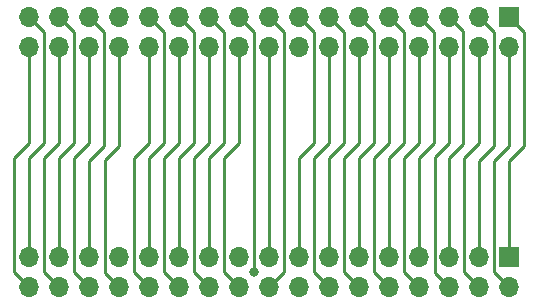
<source format=gbr>
%TF.GenerationSoftware,KiCad,Pcbnew,(6.0.7)*%
%TF.CreationDate,2022-08-10T20:47:25+10:00*%
%TF.ProjectId,Voodoo2SLI,566f6f64-6f6f-4325-934c-492e6b696361,rev?*%
%TF.SameCoordinates,Original*%
%TF.FileFunction,Copper,L2,Bot*%
%TF.FilePolarity,Positive*%
%FSLAX46Y46*%
G04 Gerber Fmt 4.6, Leading zero omitted, Abs format (unit mm)*
G04 Created by KiCad (PCBNEW (6.0.7)) date 2022-08-10 20:47:25*
%MOMM*%
%LPD*%
G01*
G04 APERTURE LIST*
%TA.AperFunction,ComponentPad*%
%ADD10R,1.700000X1.700000*%
%TD*%
%TA.AperFunction,ComponentPad*%
%ADD11O,1.700000X1.700000*%
%TD*%
%TA.AperFunction,ViaPad*%
%ADD12C,0.800000*%
%TD*%
%TA.AperFunction,Conductor*%
%ADD13C,0.250000*%
%TD*%
G04 APERTURE END LIST*
D10*
%TO.P,J1,1*%
%TO.N,1*%
X167894000Y-96266000D03*
D11*
%TO.P,J1,2*%
%TO.N,2*%
X167894000Y-98806000D03*
%TO.P,J1,3*%
%TO.N,3*%
X165354000Y-96266000D03*
%TO.P,J1,4*%
%TO.N,4*%
X165354000Y-98806000D03*
%TO.P,J1,5*%
%TO.N,5*%
X162814000Y-96266000D03*
%TO.P,J1,6*%
%TO.N,6*%
X162814000Y-98806000D03*
%TO.P,J1,7*%
%TO.N,7*%
X160274000Y-96266000D03*
%TO.P,J1,8*%
%TO.N,8*%
X160274000Y-98806000D03*
%TO.P,J1,9*%
%TO.N,9*%
X157734000Y-96266000D03*
%TO.P,J1,10*%
%TO.N,10*%
X157734000Y-98806000D03*
%TO.P,J1,11*%
%TO.N,11*%
X155194000Y-96266000D03*
%TO.P,J1,12*%
%TO.N,12*%
X155194000Y-98806000D03*
%TO.P,J1,13*%
%TO.N,13*%
X152654000Y-96266000D03*
%TO.P,J1,14*%
%TO.N,14*%
X152654000Y-98806000D03*
%TO.P,J1,15*%
%TO.N,15*%
X150114000Y-96266000D03*
%TO.P,J1,16*%
%TO.N,16*%
X150114000Y-98806000D03*
%TO.P,J1,17*%
%TO.N,17*%
X147574000Y-96266000D03*
%TO.P,J1,18*%
%TO.N,18*%
X147574000Y-98806000D03*
%TO.P,J1,19*%
%TO.N,19*%
X145034000Y-96266000D03*
%TO.P,J1,20*%
%TO.N,20*%
X145034000Y-98806000D03*
%TO.P,J1,21*%
%TO.N,21*%
X142494000Y-96266000D03*
%TO.P,J1,22*%
%TO.N,22*%
X142494000Y-98806000D03*
%TO.P,J1,23*%
%TO.N,23*%
X139954000Y-96266000D03*
%TO.P,J1,24*%
%TO.N,24*%
X139954000Y-98806000D03*
%TO.P,J1,25*%
%TO.N,25*%
X137414000Y-96266000D03*
%TO.P,J1,26*%
%TO.N,26*%
X137414000Y-98806000D03*
%TO.P,J1,27*%
%TO.N,GND*%
X134874000Y-96266000D03*
%TO.P,J1,28*%
%TO.N,28*%
X134874000Y-98806000D03*
%TO.P,J1,29*%
%TO.N,29*%
X132334000Y-96266000D03*
%TO.P,J1,30*%
%TO.N,30*%
X132334000Y-98806000D03*
%TO.P,J1,31*%
%TO.N,31*%
X129794000Y-96266000D03*
%TO.P,J1,32*%
%TO.N,32*%
X129794000Y-98806000D03*
%TO.P,J1,33*%
%TO.N,33*%
X127254000Y-96266000D03*
%TO.P,J1,34*%
%TO.N,34*%
X127254000Y-98806000D03*
%TD*%
D10*
%TO.P,J2,1*%
%TO.N,1*%
X167894000Y-116586000D03*
D11*
%TO.P,J2,2*%
%TO.N,2*%
X167894000Y-119126000D03*
%TO.P,J2,3*%
%TO.N,3*%
X165354000Y-116586000D03*
%TO.P,J2,4*%
%TO.N,4*%
X165354000Y-119126000D03*
%TO.P,J2,5*%
%TO.N,5*%
X162814000Y-116586000D03*
%TO.P,J2,6*%
%TO.N,6*%
X162814000Y-119126000D03*
%TO.P,J2,7*%
%TO.N,7*%
X160274000Y-116586000D03*
%TO.P,J2,8*%
%TO.N,8*%
X160274000Y-119126000D03*
%TO.P,J2,9*%
%TO.N,9*%
X157734000Y-116586000D03*
%TO.P,J2,10*%
%TO.N,10*%
X157734000Y-119126000D03*
%TO.P,J2,11*%
%TO.N,11*%
X155194000Y-116586000D03*
%TO.P,J2,12*%
%TO.N,12*%
X155194000Y-119126000D03*
%TO.P,J2,13*%
%TO.N,13*%
X152654000Y-116586000D03*
%TO.P,J2,14*%
%TO.N,14*%
X152654000Y-119126000D03*
%TO.P,J2,15*%
%TO.N,15*%
X150114000Y-116586000D03*
%TO.P,J2,16*%
%TO.N,19*%
X150114000Y-119126000D03*
%TO.P,J2,17*%
%TO.N,18*%
X147574000Y-116586000D03*
%TO.P,J2,18*%
%TO.N,17*%
X147574000Y-119126000D03*
%TO.P,J2,19*%
%TO.N,16*%
X145034000Y-116586000D03*
%TO.P,J2,20*%
%TO.N,20*%
X145034000Y-119126000D03*
%TO.P,J2,21*%
%TO.N,21*%
X142494000Y-116586000D03*
%TO.P,J2,22*%
%TO.N,22*%
X142494000Y-119126000D03*
%TO.P,J2,23*%
%TO.N,23*%
X139954000Y-116586000D03*
%TO.P,J2,24*%
%TO.N,24*%
X139954000Y-119126000D03*
%TO.P,J2,25*%
%TO.N,25*%
X137414000Y-116586000D03*
%TO.P,J2,26*%
%TO.N,26*%
X137414000Y-119126000D03*
%TO.P,J2,27*%
%TO.N,GND*%
X134874000Y-116586000D03*
%TO.P,J2,28*%
%TO.N,28*%
X134874000Y-119126000D03*
%TO.P,J2,29*%
%TO.N,29*%
X132334000Y-116586000D03*
%TO.P,J2,30*%
%TO.N,30*%
X132334000Y-119126000D03*
%TO.P,J2,31*%
%TO.N,31*%
X129794000Y-116586000D03*
%TO.P,J2,32*%
%TO.N,32*%
X129794000Y-119126000D03*
%TO.P,J2,33*%
%TO.N,33*%
X127254000Y-116586000D03*
%TO.P,J2,34*%
%TO.N,34*%
X127254000Y-119126000D03*
%TD*%
D12*
%TO.N,19*%
X146304000Y-117856000D03*
%TD*%
D13*
%TO.N,34*%
X127254000Y-105918000D02*
X127254000Y-98806000D01*
X127254000Y-106934000D02*
X127254000Y-105918000D01*
X127254000Y-119126000D02*
X125984000Y-117856000D01*
X125984000Y-117856000D02*
X125984000Y-108204000D01*
X125984000Y-108204000D02*
X127254000Y-106934000D01*
%TO.N,33*%
X128524000Y-97536000D02*
X127254000Y-96266000D01*
X127254000Y-108204000D02*
X128524000Y-106934000D01*
X128524000Y-106934000D02*
X128524000Y-97536000D01*
X127254000Y-116586000D02*
X127254000Y-108204000D01*
%TO.N,32*%
X129794000Y-106172000D02*
X129794000Y-98806000D01*
X129794000Y-119126000D02*
X128524000Y-117856000D01*
X129794000Y-106934000D02*
X129794000Y-106172000D01*
X128524000Y-117856000D02*
X128524000Y-108204000D01*
X128524000Y-108204000D02*
X129794000Y-106934000D01*
%TO.N,31*%
X131064000Y-97536000D02*
X129794000Y-96266000D01*
X129794000Y-108204000D02*
X131064000Y-106934000D01*
X131064000Y-106934000D02*
X131064000Y-97536000D01*
X129794000Y-116586000D02*
X129794000Y-108204000D01*
%TO.N,30*%
X132334000Y-106934000D02*
X132334000Y-106426000D01*
X132334000Y-119126000D02*
X131064000Y-117856000D01*
X131064000Y-117856000D02*
X131064000Y-108204000D01*
X132334000Y-106426000D02*
X132334000Y-98806000D01*
X131064000Y-108204000D02*
X132334000Y-106934000D01*
%TO.N,29*%
X133604000Y-97536000D02*
X132334000Y-96266000D01*
X133604000Y-107188000D02*
X133604000Y-97536000D01*
X132334000Y-108458000D02*
X133604000Y-107188000D01*
X132334000Y-116586000D02*
X132334000Y-108458000D01*
%TO.N,28*%
X134874000Y-106172000D02*
X134874000Y-98806000D01*
X133698999Y-108363001D02*
X134874000Y-107188000D01*
X134874000Y-119126000D02*
X133698999Y-117950999D01*
X133698999Y-117950999D02*
X133698999Y-108363001D01*
X134874000Y-107188000D02*
X134874000Y-106172000D01*
%TO.N,26*%
X137414000Y-106934000D02*
X137414000Y-106172000D01*
X137414000Y-106172000D02*
X137414000Y-98806000D01*
X136144000Y-108204000D02*
X137414000Y-106934000D01*
X137414000Y-119126000D02*
X136144000Y-117856000D01*
X136144000Y-117856000D02*
X136144000Y-108204000D01*
%TO.N,25*%
X138684000Y-97536000D02*
X137414000Y-96266000D01*
X137414000Y-108204000D02*
X138684000Y-106934000D01*
X137414000Y-116586000D02*
X137414000Y-108204000D01*
X138684000Y-106934000D02*
X138684000Y-97536000D01*
%TO.N,24*%
X139954000Y-106934000D02*
X139954000Y-106172000D01*
X138684000Y-117856000D02*
X138684000Y-108204000D01*
X139954000Y-119126000D02*
X138684000Y-117856000D01*
X139954000Y-106172000D02*
X139954000Y-98806000D01*
X138684000Y-108204000D02*
X139954000Y-106934000D01*
%TO.N,23*%
X141224000Y-106934000D02*
X141224000Y-97536000D01*
X139954000Y-108204000D02*
X141224000Y-106934000D01*
X139954000Y-116586000D02*
X139954000Y-108204000D01*
X141224000Y-97536000D02*
X139954000Y-96266000D01*
%TO.N,22*%
X142494000Y-106934000D02*
X142494000Y-106172000D01*
X142494000Y-119126000D02*
X141224000Y-117856000D01*
X142494000Y-106172000D02*
X142494000Y-98806000D01*
X141224000Y-117856000D02*
X141224000Y-108204000D01*
X141224000Y-108204000D02*
X142494000Y-106934000D01*
%TO.N,21*%
X143764000Y-97536000D02*
X142494000Y-96266000D01*
X143764000Y-106934000D02*
X143764000Y-97536000D01*
X142494000Y-116586000D02*
X142494000Y-108204000D01*
X142494000Y-108204000D02*
X143764000Y-106934000D01*
%TO.N,20*%
X143764000Y-108204000D02*
X145034000Y-106934000D01*
X143764000Y-117856000D02*
X143764000Y-108204000D01*
X145034000Y-106934000D02*
X145034000Y-105918000D01*
X145034000Y-105918000D02*
X145034000Y-98806000D01*
X145034000Y-119126000D02*
X143764000Y-117856000D01*
%TO.N,19*%
X146304000Y-117856000D02*
X146304000Y-97536000D01*
X146304000Y-97536000D02*
X145034000Y-96266000D01*
%TO.N,18*%
X147574000Y-98806000D02*
X147574000Y-116586000D01*
%TO.N,17*%
X148844000Y-117856000D02*
X147574000Y-119126000D01*
X147574000Y-96266000D02*
X148844000Y-97536000D01*
X148844000Y-97536000D02*
X148844000Y-117856000D01*
%TO.N,15*%
X150114000Y-108204000D02*
X151384000Y-106934000D01*
X151384000Y-106934000D02*
X151384000Y-97536000D01*
X151384000Y-97536000D02*
X150114000Y-96266000D01*
X150114000Y-116586000D02*
X150114000Y-108204000D01*
%TO.N,14*%
X152654000Y-105918000D02*
X152654000Y-98806000D01*
X152654000Y-119126000D02*
X151384000Y-117856000D01*
X151384000Y-117856000D02*
X151384000Y-108204000D01*
X151384000Y-108204000D02*
X152654000Y-106934000D01*
X152654000Y-106934000D02*
X152654000Y-105918000D01*
%TO.N,13*%
X153924000Y-97536000D02*
X152654000Y-96266000D01*
X152654000Y-108204000D02*
X153924000Y-106934000D01*
X152654000Y-116586000D02*
X152654000Y-108204000D01*
X153924000Y-106934000D02*
X153924000Y-97536000D01*
%TO.N,12*%
X153924000Y-108204000D02*
X155194000Y-106934000D01*
X155194000Y-105918000D02*
X155194000Y-98806000D01*
X153924000Y-117856000D02*
X153924000Y-108204000D01*
X155194000Y-119126000D02*
X153924000Y-117856000D01*
X155194000Y-106934000D02*
X155194000Y-105918000D01*
%TO.N,11*%
X155194000Y-108204000D02*
X156464000Y-106934000D01*
X156464000Y-97536000D02*
X155194000Y-96266000D01*
X156464000Y-106934000D02*
X156464000Y-97536000D01*
X155194000Y-116586000D02*
X155194000Y-108204000D01*
%TO.N,10*%
X157734000Y-119126000D02*
X156464000Y-117856000D01*
X156464000Y-108204000D02*
X157734000Y-106934000D01*
X157734000Y-106934000D02*
X157734000Y-105918000D01*
X157734000Y-105918000D02*
X157734000Y-98806000D01*
X156464000Y-117856000D02*
X156464000Y-108204000D01*
%TO.N,9*%
X159004000Y-106934000D02*
X159004000Y-97536000D01*
X159004000Y-97536000D02*
X157734000Y-96266000D01*
X157734000Y-108204000D02*
X159004000Y-106934000D01*
X157734000Y-116586000D02*
X157734000Y-108204000D01*
%TO.N,8*%
X159004000Y-108204000D02*
X160274000Y-106934000D01*
X159004000Y-117856000D02*
X159004000Y-108204000D01*
X160274000Y-105918000D02*
X160274000Y-98806000D01*
X160274000Y-106934000D02*
X160274000Y-105918000D01*
X160274000Y-119126000D02*
X159004000Y-117856000D01*
%TO.N,7*%
X161544000Y-97536000D02*
X160274000Y-96266000D01*
X160274000Y-116586000D02*
X160274000Y-108204000D01*
X160274000Y-108204000D02*
X161544000Y-106934000D01*
X161544000Y-106934000D02*
X161544000Y-97536000D01*
%TO.N,6*%
X162814000Y-106172000D02*
X162814000Y-98806000D01*
X161638999Y-117950999D02*
X161638999Y-108109001D01*
X162814000Y-119126000D02*
X161638999Y-117950999D01*
X161638999Y-108109001D02*
X162814000Y-106934000D01*
X162814000Y-106934000D02*
X162814000Y-106172000D01*
%TO.N,5*%
X163989001Y-107028999D02*
X163989001Y-97441001D01*
X163989001Y-97441001D02*
X162814000Y-96266000D01*
X162814000Y-108204000D02*
X163989001Y-107028999D01*
X162814000Y-116586000D02*
X162814000Y-108204000D01*
%TO.N,4*%
X164084000Y-108204000D02*
X165354000Y-106934000D01*
X164084000Y-117856000D02*
X164084000Y-108204000D01*
X165354000Y-101346000D02*
X165354000Y-98806000D01*
X165354000Y-106934000D02*
X165354000Y-101346000D01*
X165354000Y-119126000D02*
X164084000Y-117856000D01*
%TO.N,3*%
X165354000Y-116586000D02*
X165354000Y-108458000D01*
X166624000Y-97536000D02*
X165354000Y-96266000D01*
X165354000Y-108458000D02*
X166624000Y-107188000D01*
X166624000Y-107188000D02*
X166624000Y-97536000D01*
%TO.N,2*%
X167894000Y-119126000D02*
X166624000Y-117856000D01*
X167894000Y-107188000D02*
X167894000Y-106172000D01*
X167894000Y-106172000D02*
X167894000Y-98806000D01*
X166624000Y-117856000D02*
X166624000Y-108458000D01*
X166624000Y-108458000D02*
X167894000Y-107188000D01*
%TO.N,1*%
X167894000Y-108458000D02*
X169164000Y-107188000D01*
X169164000Y-97536000D02*
X167894000Y-96266000D01*
X167894000Y-116586000D02*
X167894000Y-108458000D01*
X169164000Y-107188000D02*
X169164000Y-97536000D01*
%TD*%
M02*

</source>
